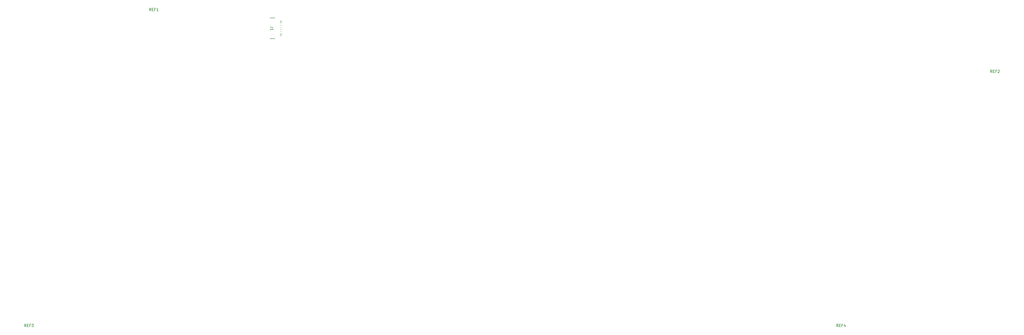
<source format=gto>
G04 #@! TF.GenerationSoftware,KiCad,Pcbnew,5.1.9*
G04 #@! TF.CreationDate,2021-03-26T15:39:31-04:00*
G04 #@! TF.ProjectId,EKS-1k,454b532d-316b-42e6-9b69-6361645f7063,rev?*
G04 #@! TF.SameCoordinates,Original*
G04 #@! TF.FileFunction,Legend,Top*
G04 #@! TF.FilePolarity,Positive*
%FSLAX46Y46*%
G04 Gerber Fmt 4.6, Leading zero omitted, Abs format (unit mm)*
G04 Created by KiCad (PCBNEW 5.1.9) date 2021-03-26 15:39:31*
%MOMM*%
%LPD*%
G01*
G04 APERTURE LIST*
%ADD10C,0.150000*%
%ADD11O,2.700000X1.700000*%
%ADD12R,2.250000X0.500000*%
%ADD13C,7.000000*%
%ADD14C,1.750000*%
%ADD15C,3.987800*%
%ADD16C,3.048000*%
G04 APERTURE END LIST*
D10*
G04 #@! TO.C,J1*
X108150000Y-7187500D02*
X108150000Y-14887500D01*
X102700000Y-14887500D02*
X108150000Y-14887500D01*
X102700000Y-7187500D02*
X108150000Y-7187500D01*
X105279619Y-10704166D02*
X104565333Y-10704166D01*
X104422476Y-10656547D01*
X104327238Y-10561309D01*
X104279619Y-10418452D01*
X104279619Y-10323214D01*
X104279619Y-11704166D02*
X104279619Y-11132738D01*
X104279619Y-11418452D02*
X105279619Y-11418452D01*
X105136761Y-11323214D01*
X105041523Y-11227976D01*
X104993904Y-11132738D01*
G04 #@! TO.C,REF4*
X315202380Y-122252380D02*
X314869047Y-121776190D01*
X314630952Y-122252380D02*
X314630952Y-121252380D01*
X315011904Y-121252380D01*
X315107142Y-121300000D01*
X315154761Y-121347619D01*
X315202380Y-121442857D01*
X315202380Y-121585714D01*
X315154761Y-121680952D01*
X315107142Y-121728571D01*
X315011904Y-121776190D01*
X314630952Y-121776190D01*
X315630952Y-121728571D02*
X315964285Y-121728571D01*
X316107142Y-122252380D02*
X315630952Y-122252380D01*
X315630952Y-121252380D01*
X316107142Y-121252380D01*
X316869047Y-121728571D02*
X316535714Y-121728571D01*
X316535714Y-122252380D02*
X316535714Y-121252380D01*
X317011904Y-121252380D01*
X317821428Y-121585714D02*
X317821428Y-122252380D01*
X317583333Y-121204761D02*
X317345238Y-121919047D01*
X317964285Y-121919047D01*
G04 #@! TO.C,REF2*
X372402380Y-27552380D02*
X372069047Y-27076190D01*
X371830952Y-27552380D02*
X371830952Y-26552380D01*
X372211904Y-26552380D01*
X372307142Y-26600000D01*
X372354761Y-26647619D01*
X372402380Y-26742857D01*
X372402380Y-26885714D01*
X372354761Y-26980952D01*
X372307142Y-27028571D01*
X372211904Y-27076190D01*
X371830952Y-27076190D01*
X372830952Y-27028571D02*
X373164285Y-27028571D01*
X373307142Y-27552380D02*
X372830952Y-27552380D01*
X372830952Y-26552380D01*
X373307142Y-26552380D01*
X374069047Y-27028571D02*
X373735714Y-27028571D01*
X373735714Y-27552380D02*
X373735714Y-26552380D01*
X374211904Y-26552380D01*
X374545238Y-26647619D02*
X374592857Y-26600000D01*
X374688095Y-26552380D01*
X374926190Y-26552380D01*
X375021428Y-26600000D01*
X375069047Y-26647619D01*
X375116666Y-26742857D01*
X375116666Y-26838095D01*
X375069047Y-26980952D01*
X374497619Y-27552380D01*
X375116666Y-27552380D01*
G04 #@! TO.C,REF3*
X13452380Y-122252380D02*
X13119047Y-121776190D01*
X12880952Y-122252380D02*
X12880952Y-121252380D01*
X13261904Y-121252380D01*
X13357142Y-121300000D01*
X13404761Y-121347619D01*
X13452380Y-121442857D01*
X13452380Y-121585714D01*
X13404761Y-121680952D01*
X13357142Y-121728571D01*
X13261904Y-121776190D01*
X12880952Y-121776190D01*
X13880952Y-121728571D02*
X14214285Y-121728571D01*
X14357142Y-122252380D02*
X13880952Y-122252380D01*
X13880952Y-121252380D01*
X14357142Y-121252380D01*
X15119047Y-121728571D02*
X14785714Y-121728571D01*
X14785714Y-122252380D02*
X14785714Y-121252380D01*
X15261904Y-121252380D01*
X15547619Y-121252380D02*
X16166666Y-121252380D01*
X15833333Y-121633333D01*
X15976190Y-121633333D01*
X16071428Y-121680952D01*
X16119047Y-121728571D01*
X16166666Y-121823809D01*
X16166666Y-122061904D01*
X16119047Y-122157142D01*
X16071428Y-122204761D01*
X15976190Y-122252380D01*
X15690476Y-122252380D01*
X15595238Y-122204761D01*
X15547619Y-122157142D01*
G04 #@! TO.C,REF1*
X59852380Y-4552380D02*
X59519047Y-4076190D01*
X59280952Y-4552380D02*
X59280952Y-3552380D01*
X59661904Y-3552380D01*
X59757142Y-3600000D01*
X59804761Y-3647619D01*
X59852380Y-3742857D01*
X59852380Y-3885714D01*
X59804761Y-3980952D01*
X59757142Y-4028571D01*
X59661904Y-4076190D01*
X59280952Y-4076190D01*
X60280952Y-4028571D02*
X60614285Y-4028571D01*
X60757142Y-4552380D02*
X60280952Y-4552380D01*
X60280952Y-3552380D01*
X60757142Y-3552380D01*
X61519047Y-4028571D02*
X61185714Y-4028571D01*
X61185714Y-4552380D02*
X61185714Y-3552380D01*
X61661904Y-3552380D01*
X62566666Y-4552380D02*
X61995238Y-4552380D01*
X62280952Y-4552380D02*
X62280952Y-3552380D01*
X62185714Y-3695238D01*
X62090476Y-3790476D01*
X61995238Y-3838095D01*
G04 #@! TD*
%LPC*%
D11*
G04 #@! TO.C,J1*
X102700000Y-7387500D03*
X102700000Y-14687500D03*
X107200000Y-14687500D03*
X107200000Y-7387500D03*
D12*
X107200000Y-9437500D03*
X107200000Y-10237500D03*
X107200000Y-11037500D03*
X107200000Y-11837500D03*
X107200000Y-12637500D03*
G04 #@! TD*
D13*
G04 #@! TO.C,REF4*
X316250000Y-129300000D03*
G04 #@! TD*
G04 #@! TO.C,REF2*
X373450000Y-34600000D03*
G04 #@! TD*
G04 #@! TO.C,REF3*
X14500000Y-129300000D03*
G04 #@! TD*
G04 #@! TO.C,REF1*
X60900000Y-11600000D03*
G04 #@! TD*
D14*
G04 #@! TO.C,MX12*
X45878900Y-34056250D03*
X35718900Y-34056250D03*
D15*
X40798900Y-34056250D03*
G04 #@! TD*
G04 #@! TO.C,MX1*
X11500000Y-34056250D03*
D14*
X6420000Y-34056250D03*
X16580000Y-34056250D03*
G04 #@! TD*
D15*
G04 #@! TO.C,MX91*
X363925000Y-129306250D03*
D14*
X358845000Y-129306250D03*
X369005000Y-129306250D03*
D16*
X352018750Y-122321250D03*
X375831250Y-122321250D03*
D15*
X352018750Y-137561250D03*
X375831250Y-137561250D03*
G04 #@! TD*
G04 #@! TO.C,MX90*
X373450000Y-110256250D03*
D14*
X368370000Y-110256250D03*
X378530000Y-110256250D03*
G04 #@! TD*
D15*
G04 #@! TO.C,MX89*
X373450000Y-91206250D03*
D14*
X368370000Y-91206250D03*
X378530000Y-91206250D03*
G04 #@! TD*
D15*
G04 #@! TO.C,MX88*
X373450000Y-72156250D03*
D14*
X368370000Y-72156250D03*
X378530000Y-72156250D03*
G04 #@! TD*
D15*
G04 #@! TO.C,MX87*
X373450000Y-53106250D03*
D14*
X368370000Y-53106250D03*
X378530000Y-53106250D03*
G04 #@! TD*
D15*
G04 #@! TO.C,MX86*
X354400000Y-91206250D03*
D14*
X349320000Y-91206250D03*
X359480000Y-91206250D03*
G04 #@! TD*
D15*
G04 #@! TO.C,MX85*
X354400000Y-72156250D03*
D14*
X349320000Y-72156250D03*
X359480000Y-72156250D03*
G04 #@! TD*
D15*
G04 #@! TO.C,MX84*
X354400000Y-53106250D03*
D14*
X349320000Y-53106250D03*
X359480000Y-53106250D03*
G04 #@! TD*
D15*
G04 #@! TO.C,MX83*
X335350000Y-129306250D03*
D14*
X330270000Y-129306250D03*
X340430000Y-129306250D03*
G04 #@! TD*
D15*
G04 #@! TO.C,MX82*
X344875000Y-110256250D03*
D14*
X339795000Y-110256250D03*
X349955000Y-110256250D03*
D16*
X332968750Y-103271250D03*
X356781250Y-103271250D03*
D15*
X332968750Y-118511250D03*
X356781250Y-118511250D03*
G04 #@! TD*
G04 #@! TO.C,MX81*
X335350000Y-91206250D03*
D14*
X330270000Y-91206250D03*
X340430000Y-91206250D03*
G04 #@! TD*
D15*
G04 #@! TO.C,MX80*
X335350000Y-72156250D03*
D14*
X330270000Y-72156250D03*
X340430000Y-72156250D03*
G04 #@! TD*
D15*
G04 #@! TO.C,MX79*
X335350000Y-53106250D03*
D14*
X330270000Y-53106250D03*
X340430000Y-53106250D03*
G04 #@! TD*
D15*
G04 #@! TO.C,MX78*
X297250000Y-129306250D03*
D14*
X292170000Y-129306250D03*
X302330000Y-129306250D03*
G04 #@! TD*
D15*
G04 #@! TO.C,MX77*
X306775000Y-110256250D03*
D14*
X301695000Y-110256250D03*
X311855000Y-110256250D03*
G04 #@! TD*
D15*
G04 #@! TO.C,MX76*
X297250000Y-91206250D03*
D14*
X292170000Y-91206250D03*
X302330000Y-91206250D03*
G04 #@! TD*
D15*
G04 #@! TO.C,MX75*
X297250000Y-72156250D03*
D14*
X292170000Y-72156250D03*
X302330000Y-72156250D03*
G04 #@! TD*
D15*
G04 #@! TO.C,MX74*
X287725000Y-53106250D03*
D14*
X282645000Y-53106250D03*
X292805000Y-53106250D03*
D16*
X275818750Y-46121250D03*
X299631250Y-46121250D03*
D15*
X275818750Y-61361250D03*
X299631250Y-61361250D03*
G04 #@! TD*
G04 #@! TO.C,MX73*
X297250000Y-34056250D03*
D14*
X292170000Y-34056250D03*
X302330000Y-34056250D03*
G04 #@! TD*
D15*
G04 #@! TO.C,MX72*
X287725000Y-110256250D03*
D14*
X282645000Y-110256250D03*
X292805000Y-110256250D03*
G04 #@! TD*
D15*
G04 #@! TO.C,MX71*
X266293750Y-91206250D03*
D14*
X261213750Y-91206250D03*
X271373750Y-91206250D03*
D16*
X254387500Y-84221250D03*
X278200000Y-84221250D03*
D15*
X254387500Y-99461250D03*
X278200000Y-99461250D03*
G04 #@! TD*
G04 #@! TO.C,MX70*
X273437500Y-72156250D03*
D14*
X268357500Y-72156250D03*
X278517500Y-72156250D03*
G04 #@! TD*
D15*
G04 #@! TO.C,MX69*
X259150000Y-53106250D03*
D14*
X254070000Y-53106250D03*
X264230000Y-53106250D03*
G04 #@! TD*
G04 #@! TO.C,MX68*
X273031100Y-34056250D03*
X262871100Y-34056250D03*
D15*
X267951100Y-34056250D03*
G04 #@! TD*
G04 #@! TO.C,MX67*
X256768750Y-110256250D03*
D14*
X251688750Y-110256250D03*
X261848750Y-110256250D03*
D16*
X244862500Y-103271250D03*
X268675000Y-103271250D03*
D15*
X244862500Y-118511250D03*
X268675000Y-118511250D03*
G04 #@! TD*
G04 #@! TO.C,MX66*
X249625000Y-72156250D03*
D14*
X244545000Y-72156250D03*
X254705000Y-72156250D03*
G04 #@! TD*
D15*
G04 #@! TO.C,MX65*
X240100000Y-53106250D03*
D14*
X235020000Y-53106250D03*
X245180000Y-53106250D03*
G04 #@! TD*
D15*
G04 #@! TO.C,MX64*
X248165770Y-34056250D03*
D14*
X243085770Y-34056250D03*
X253245770Y-34056250D03*
G04 #@! TD*
D15*
G04 #@! TO.C,MX63*
X249625000Y-129306250D03*
D14*
X244545000Y-129306250D03*
X254705000Y-129306250D03*
G04 #@! TD*
D15*
G04 #@! TO.C,MX62*
X235337500Y-91206250D03*
D14*
X230257500Y-91206250D03*
X240417500Y-91206250D03*
G04 #@! TD*
D15*
G04 #@! TO.C,MX61*
X230575000Y-72156250D03*
D14*
X225495000Y-72156250D03*
X235655000Y-72156250D03*
G04 #@! TD*
D15*
G04 #@! TO.C,MX60*
X221050000Y-53106250D03*
D14*
X215970000Y-53106250D03*
X226130000Y-53106250D03*
G04 #@! TD*
D15*
G04 #@! TO.C,MX59*
X228380440Y-34056250D03*
D14*
X223300440Y-34056250D03*
X233460440Y-34056250D03*
G04 #@! TD*
D15*
G04 #@! TO.C,MX58*
X223431250Y-129306250D03*
D14*
X218351250Y-129306250D03*
X228511250Y-129306250D03*
G04 #@! TD*
D15*
G04 #@! TO.C,MX57*
X225812500Y-110256250D03*
D14*
X220732500Y-110256250D03*
X230892500Y-110256250D03*
G04 #@! TD*
D15*
G04 #@! TO.C,MX56*
X216287500Y-91206250D03*
D14*
X211207500Y-91206250D03*
X221367500Y-91206250D03*
G04 #@! TD*
D15*
G04 #@! TO.C,MX55*
X211525000Y-72156250D03*
D14*
X206445000Y-72156250D03*
X216605000Y-72156250D03*
G04 #@! TD*
D15*
G04 #@! TO.C,MX54*
X202000000Y-53106250D03*
D14*
X196920000Y-53106250D03*
X207080000Y-53106250D03*
G04 #@! TD*
D15*
G04 #@! TO.C,MX53*
X208595110Y-34056250D03*
D14*
X203515110Y-34056250D03*
X213675110Y-34056250D03*
G04 #@! TD*
D15*
G04 #@! TO.C,MX52*
X206762500Y-110256250D03*
D14*
X201682500Y-110256250D03*
X211842500Y-110256250D03*
G04 #@! TD*
D15*
G04 #@! TO.C,MX51*
X197237500Y-91206250D03*
D14*
X192157500Y-91206250D03*
X202317500Y-91206250D03*
G04 #@! TD*
D15*
G04 #@! TO.C,MX50*
X192475000Y-72156250D03*
D14*
X187395000Y-72156250D03*
X197555000Y-72156250D03*
G04 #@! TD*
D15*
G04 #@! TO.C,MX49*
X182950000Y-53106250D03*
D14*
X177870000Y-53106250D03*
X188030000Y-53106250D03*
G04 #@! TD*
D15*
G04 #@! TO.C,MX48*
X188809780Y-34056250D03*
D14*
X183729780Y-34056250D03*
X193889780Y-34056250D03*
G04 #@! TD*
D15*
G04 #@! TO.C,MX47*
X187712500Y-110256250D03*
D14*
X182632500Y-110256250D03*
X192792500Y-110256250D03*
G04 #@! TD*
D15*
G04 #@! TO.C,MX46*
X178187500Y-91206250D03*
D14*
X173107500Y-91206250D03*
X183267500Y-91206250D03*
G04 #@! TD*
D15*
G04 #@! TO.C,MX45*
X173425000Y-72156250D03*
D14*
X168345000Y-72156250D03*
X178505000Y-72156250D03*
G04 #@! TD*
D15*
G04 #@! TO.C,MX44*
X163900000Y-53106250D03*
D14*
X158820000Y-53106250D03*
X168980000Y-53106250D03*
G04 #@! TD*
D15*
G04 #@! TO.C,MX43*
X169024450Y-34056250D03*
D14*
X163944450Y-34056250D03*
X174104450Y-34056250D03*
G04 #@! TD*
D15*
G04 #@! TO.C,MX42*
X168662500Y-110256250D03*
D14*
X163582500Y-110256250D03*
X173742500Y-110256250D03*
G04 #@! TD*
D15*
G04 #@! TO.C,MX41*
X159137500Y-91206250D03*
D14*
X154057500Y-91206250D03*
X164217500Y-91206250D03*
G04 #@! TD*
D15*
G04 #@! TO.C,MX40*
X154375000Y-72156250D03*
D14*
X149295000Y-72156250D03*
X159455000Y-72156250D03*
G04 #@! TD*
D15*
G04 #@! TO.C,MX39*
X144850000Y-53106250D03*
D14*
X139770000Y-53106250D03*
X149930000Y-53106250D03*
G04 #@! TD*
D15*
G04 #@! TO.C,MX38*
X139725550Y-34056250D03*
D14*
X134645550Y-34056250D03*
X144805550Y-34056250D03*
G04 #@! TD*
D15*
G04 #@! TO.C,MX37*
X144850000Y-129306250D03*
D14*
X139770000Y-129306250D03*
X149930000Y-129306250D03*
D16*
X87700000Y-122321250D03*
X202000000Y-122321250D03*
D15*
X87700000Y-137561250D03*
X202000000Y-137561250D03*
G04 #@! TD*
G04 #@! TO.C,MX36*
X149612500Y-110256250D03*
D14*
X144532500Y-110256250D03*
X154692500Y-110256250D03*
G04 #@! TD*
D15*
G04 #@! TO.C,MX35*
X140087500Y-91206250D03*
D14*
X135007500Y-91206250D03*
X145167500Y-91206250D03*
G04 #@! TD*
D15*
G04 #@! TO.C,MX34*
X135325000Y-72156250D03*
D14*
X130245000Y-72156250D03*
X140405000Y-72156250D03*
G04 #@! TD*
D15*
G04 #@! TO.C,MX33*
X125800000Y-53106250D03*
D14*
X120720000Y-53106250D03*
X130880000Y-53106250D03*
G04 #@! TD*
D15*
G04 #@! TO.C,MX32*
X119940220Y-34056250D03*
D14*
X114860220Y-34056250D03*
X125020220Y-34056250D03*
G04 #@! TD*
D15*
G04 #@! TO.C,MX31*
X130562500Y-110256250D03*
D14*
X125482500Y-110256250D03*
X135642500Y-110256250D03*
G04 #@! TD*
D15*
G04 #@! TO.C,MX30*
X121037500Y-91206250D03*
D14*
X115957500Y-91206250D03*
X126117500Y-91206250D03*
G04 #@! TD*
D15*
G04 #@! TO.C,MX29*
X116275000Y-72156250D03*
D14*
X111195000Y-72156250D03*
X121355000Y-72156250D03*
G04 #@! TD*
D15*
G04 #@! TO.C,MX28*
X106750000Y-53106250D03*
D14*
X101670000Y-53106250D03*
X111830000Y-53106250D03*
G04 #@! TD*
D15*
G04 #@! TO.C,MX27*
X100154890Y-34056250D03*
D14*
X95074890Y-34056250D03*
X105234890Y-34056250D03*
G04 #@! TD*
D15*
G04 #@! TO.C,MX26*
X111512500Y-110256250D03*
D14*
X106432500Y-110256250D03*
X116592500Y-110256250D03*
G04 #@! TD*
D15*
G04 #@! TO.C,MX25*
X101987500Y-91206250D03*
D14*
X96907500Y-91206250D03*
X107067500Y-91206250D03*
G04 #@! TD*
D15*
G04 #@! TO.C,MX24*
X97225000Y-72156250D03*
D14*
X92145000Y-72156250D03*
X102305000Y-72156250D03*
G04 #@! TD*
D15*
G04 #@! TO.C,MX23*
X87700000Y-53106250D03*
D14*
X82620000Y-53106250D03*
X92780000Y-53106250D03*
G04 #@! TD*
D15*
G04 #@! TO.C,MX22*
X80369560Y-34056250D03*
D14*
X75289560Y-34056250D03*
X85449560Y-34056250D03*
G04 #@! TD*
D15*
G04 #@! TO.C,MX21*
X92462500Y-110256250D03*
D14*
X87382500Y-110256250D03*
X97542500Y-110256250D03*
G04 #@! TD*
D15*
G04 #@! TO.C,MX20*
X82937500Y-91206250D03*
D14*
X77857500Y-91206250D03*
X88017500Y-91206250D03*
G04 #@! TD*
D15*
G04 #@! TO.C,MX19*
X78175000Y-72156250D03*
D14*
X73095000Y-72156250D03*
X83255000Y-72156250D03*
G04 #@! TD*
D15*
G04 #@! TO.C,MX18*
X68650000Y-53106250D03*
D14*
X63570000Y-53106250D03*
X73730000Y-53106250D03*
G04 #@! TD*
D15*
G04 #@! TO.C,MX17*
X60584230Y-34056250D03*
D14*
X55504230Y-34056250D03*
X65664230Y-34056250D03*
G04 #@! TD*
D15*
G04 #@! TO.C,MX16*
X73412500Y-110256250D03*
D14*
X68332500Y-110256250D03*
X78492500Y-110256250D03*
G04 #@! TD*
D15*
G04 #@! TO.C,MX15*
X63887500Y-91206250D03*
D14*
X58807500Y-91206250D03*
X68967500Y-91206250D03*
G04 #@! TD*
D15*
G04 #@! TO.C,MX14*
X59125000Y-72156250D03*
D14*
X54045000Y-72156250D03*
X64205000Y-72156250D03*
G04 #@! TD*
D15*
G04 #@! TO.C,MX13*
X49600000Y-53106250D03*
D14*
X44520000Y-53106250D03*
X54680000Y-53106250D03*
G04 #@! TD*
D15*
G04 #@! TO.C,MX11*
X66268750Y-129306250D03*
D14*
X61188750Y-129306250D03*
X71348750Y-129306250D03*
G04 #@! TD*
D15*
G04 #@! TO.C,MX10*
X54362500Y-110256250D03*
D14*
X49282500Y-110256250D03*
X59442500Y-110256250D03*
G04 #@! TD*
D15*
G04 #@! TO.C,MX9*
X44837500Y-91206250D03*
D14*
X39757500Y-91206250D03*
X49917500Y-91206250D03*
G04 #@! TD*
D15*
G04 #@! TO.C,MX8*
X40075000Y-72156250D03*
D14*
X34995000Y-72156250D03*
X45155000Y-72156250D03*
G04 #@! TD*
D15*
G04 #@! TO.C,MX7*
X30550000Y-53106250D03*
D14*
X25470000Y-53106250D03*
X35630000Y-53106250D03*
G04 #@! TD*
D15*
G04 #@! TO.C,MX6*
X40075000Y-129306250D03*
D14*
X34995000Y-129306250D03*
X45155000Y-129306250D03*
G04 #@! TD*
D15*
G04 #@! TO.C,MX5*
X23406250Y-110256250D03*
D14*
X18326250Y-110256250D03*
X28486250Y-110256250D03*
D16*
X11500000Y-103271250D03*
X35312500Y-103271250D03*
D15*
X11500000Y-118511250D03*
X35312500Y-118511250D03*
G04 #@! TD*
G04 #@! TO.C,MX4*
X18643750Y-91206250D03*
D14*
X13563750Y-91206250D03*
X23723750Y-91206250D03*
G04 #@! TD*
D15*
G04 #@! TO.C,MX3*
X16262500Y-72156250D03*
D14*
X11182500Y-72156250D03*
X21342500Y-72156250D03*
G04 #@! TD*
D15*
G04 #@! TO.C,MX2*
X11500000Y-53106250D03*
D14*
X6420000Y-53106250D03*
X16580000Y-53106250D03*
G04 #@! TD*
M02*

</source>
